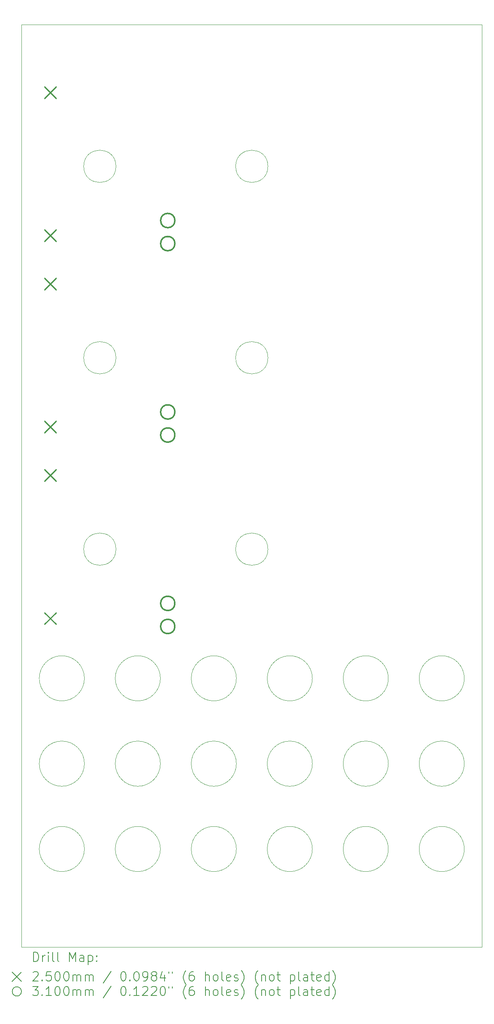
<source format=gbr>
%TF.GenerationSoftware,KiCad,Pcbnew,9.0.7*%
%TF.CreationDate,2026-02-21T19:30:31+01:00*%
%TF.ProjectId,DMH_VCLFO_PANEL,444d485f-5643-44c4-964f-5f50414e454c,rev?*%
%TF.SameCoordinates,Original*%
%TF.FileFunction,Drillmap*%
%TF.FilePolarity,Positive*%
%FSLAX45Y45*%
G04 Gerber Fmt 4.5, Leading zero omitted, Abs format (unit mm)*
G04 Created by KiCad (PCBNEW 9.0.7) date 2026-02-21 19:30:31*
%MOMM*%
%LPD*%
G01*
G04 APERTURE LIST*
%ADD10C,0.050000*%
%ADD11C,0.200000*%
%ADD12C,0.250000*%
%ADD13C,0.310000*%
G04 APERTURE END LIST*
D10*
X5000000Y-3000000D02*
X15000000Y-3000000D01*
X15000000Y-23000000D01*
X5000000Y-23000000D01*
X5000000Y-3000000D01*
X6365000Y-20875000D02*
G75*
G02*
X5385000Y-20875000I-490000J0D01*
G01*
X5385000Y-20875000D02*
G75*
G02*
X6365000Y-20875000I490000J0D01*
G01*
X14615000Y-17175000D02*
G75*
G02*
X13635000Y-17175000I-490000J0D01*
G01*
X13635000Y-17175000D02*
G75*
G02*
X14615000Y-17175000I490000J0D01*
G01*
X8015000Y-17175000D02*
G75*
G02*
X7035000Y-17175000I-490000J0D01*
G01*
X7035000Y-17175000D02*
G75*
G02*
X8015000Y-17175000I490000J0D01*
G01*
X12965000Y-20875000D02*
G75*
G02*
X11985000Y-20875000I-490000J0D01*
G01*
X11985000Y-20875000D02*
G75*
G02*
X12965000Y-20875000I490000J0D01*
G01*
X14615000Y-20875000D02*
G75*
G02*
X13635000Y-20875000I-490000J0D01*
G01*
X13635000Y-20875000D02*
G75*
G02*
X14615000Y-20875000I490000J0D01*
G01*
X7050000Y-6075000D02*
G75*
G02*
X6350000Y-6075000I-350000J0D01*
G01*
X6350000Y-6075000D02*
G75*
G02*
X7050000Y-6075000I350000J0D01*
G01*
X12965000Y-17175000D02*
G75*
G02*
X11985000Y-17175000I-490000J0D01*
G01*
X11985000Y-17175000D02*
G75*
G02*
X12965000Y-17175000I490000J0D01*
G01*
X10350000Y-10225000D02*
G75*
G02*
X9650000Y-10225000I-350000J0D01*
G01*
X9650000Y-10225000D02*
G75*
G02*
X10350000Y-10225000I350000J0D01*
G01*
X11315000Y-19025000D02*
G75*
G02*
X10335000Y-19025000I-490000J0D01*
G01*
X10335000Y-19025000D02*
G75*
G02*
X11315000Y-19025000I490000J0D01*
G01*
X11315000Y-17175000D02*
G75*
G02*
X10335000Y-17175000I-490000J0D01*
G01*
X10335000Y-17175000D02*
G75*
G02*
X11315000Y-17175000I490000J0D01*
G01*
X10350000Y-14375000D02*
G75*
G02*
X9650000Y-14375000I-350000J0D01*
G01*
X9650000Y-14375000D02*
G75*
G02*
X10350000Y-14375000I350000J0D01*
G01*
X7050000Y-14375000D02*
G75*
G02*
X6350000Y-14375000I-350000J0D01*
G01*
X6350000Y-14375000D02*
G75*
G02*
X7050000Y-14375000I350000J0D01*
G01*
X6365000Y-19025000D02*
G75*
G02*
X5385000Y-19025000I-490000J0D01*
G01*
X5385000Y-19025000D02*
G75*
G02*
X6365000Y-19025000I490000J0D01*
G01*
X14615000Y-19025000D02*
G75*
G02*
X13635000Y-19025000I-490000J0D01*
G01*
X13635000Y-19025000D02*
G75*
G02*
X14615000Y-19025000I490000J0D01*
G01*
X9665000Y-19025000D02*
G75*
G02*
X8685000Y-19025000I-490000J0D01*
G01*
X8685000Y-19025000D02*
G75*
G02*
X9665000Y-19025000I490000J0D01*
G01*
X9665000Y-17175000D02*
G75*
G02*
X8685000Y-17175000I-490000J0D01*
G01*
X8685000Y-17175000D02*
G75*
G02*
X9665000Y-17175000I490000J0D01*
G01*
X8015000Y-20875000D02*
G75*
G02*
X7035000Y-20875000I-490000J0D01*
G01*
X7035000Y-20875000D02*
G75*
G02*
X8015000Y-20875000I490000J0D01*
G01*
X12965000Y-19025000D02*
G75*
G02*
X11985000Y-19025000I-490000J0D01*
G01*
X11985000Y-19025000D02*
G75*
G02*
X12965000Y-19025000I490000J0D01*
G01*
X6365000Y-17175000D02*
G75*
G02*
X5385000Y-17175000I-490000J0D01*
G01*
X5385000Y-17175000D02*
G75*
G02*
X6365000Y-17175000I490000J0D01*
G01*
X11315000Y-20875000D02*
G75*
G02*
X10335000Y-20875000I-490000J0D01*
G01*
X10335000Y-20875000D02*
G75*
G02*
X11315000Y-20875000I490000J0D01*
G01*
X8015000Y-19025000D02*
G75*
G02*
X7035000Y-19025000I-490000J0D01*
G01*
X7035000Y-19025000D02*
G75*
G02*
X8015000Y-19025000I490000J0D01*
G01*
X10350000Y-6075000D02*
G75*
G02*
X9650000Y-6075000I-350000J0D01*
G01*
X9650000Y-6075000D02*
G75*
G02*
X10350000Y-6075000I350000J0D01*
G01*
X9665000Y-20875000D02*
G75*
G02*
X8685000Y-20875000I-490000J0D01*
G01*
X8685000Y-20875000D02*
G75*
G02*
X9665000Y-20875000I490000J0D01*
G01*
X7050000Y-10225000D02*
G75*
G02*
X6350000Y-10225000I-350000J0D01*
G01*
X6350000Y-10225000D02*
G75*
G02*
X7050000Y-10225000I350000J0D01*
G01*
D11*
D12*
X5500000Y-4350000D02*
X5750000Y-4600000D01*
X5750000Y-4350000D02*
X5500000Y-4600000D01*
X5500000Y-7450000D02*
X5750000Y-7700000D01*
X5750000Y-7450000D02*
X5500000Y-7700000D01*
X5500000Y-8500000D02*
X5750000Y-8750000D01*
X5750000Y-8500000D02*
X5500000Y-8750000D01*
X5500000Y-11600000D02*
X5750000Y-11850000D01*
X5750000Y-11600000D02*
X5500000Y-11850000D01*
X5500000Y-12650000D02*
X5750000Y-12900000D01*
X5750000Y-12650000D02*
X5500000Y-12900000D01*
X5500000Y-15750000D02*
X5750000Y-16000000D01*
X5750000Y-15750000D02*
X5500000Y-16000000D01*
D13*
X8330000Y-7250000D02*
G75*
G02*
X8020000Y-7250000I-155000J0D01*
G01*
X8020000Y-7250000D02*
G75*
G02*
X8330000Y-7250000I155000J0D01*
G01*
X8330000Y-7750000D02*
G75*
G02*
X8020000Y-7750000I-155000J0D01*
G01*
X8020000Y-7750000D02*
G75*
G02*
X8330000Y-7750000I155000J0D01*
G01*
X8330000Y-11400000D02*
G75*
G02*
X8020000Y-11400000I-155000J0D01*
G01*
X8020000Y-11400000D02*
G75*
G02*
X8330000Y-11400000I155000J0D01*
G01*
X8330000Y-11900000D02*
G75*
G02*
X8020000Y-11900000I-155000J0D01*
G01*
X8020000Y-11900000D02*
G75*
G02*
X8330000Y-11900000I155000J0D01*
G01*
X8330000Y-15550000D02*
G75*
G02*
X8020000Y-15550000I-155000J0D01*
G01*
X8020000Y-15550000D02*
G75*
G02*
X8330000Y-15550000I155000J0D01*
G01*
X8330000Y-16050000D02*
G75*
G02*
X8020000Y-16050000I-155000J0D01*
G01*
X8020000Y-16050000D02*
G75*
G02*
X8330000Y-16050000I155000J0D01*
G01*
D11*
X5258277Y-23313984D02*
X5258277Y-23113984D01*
X5258277Y-23113984D02*
X5305896Y-23113984D01*
X5305896Y-23113984D02*
X5334467Y-23123508D01*
X5334467Y-23123508D02*
X5353515Y-23142555D01*
X5353515Y-23142555D02*
X5363039Y-23161603D01*
X5363039Y-23161603D02*
X5372563Y-23199698D01*
X5372563Y-23199698D02*
X5372563Y-23228269D01*
X5372563Y-23228269D02*
X5363039Y-23266365D01*
X5363039Y-23266365D02*
X5353515Y-23285412D01*
X5353515Y-23285412D02*
X5334467Y-23304460D01*
X5334467Y-23304460D02*
X5305896Y-23313984D01*
X5305896Y-23313984D02*
X5258277Y-23313984D01*
X5458277Y-23313984D02*
X5458277Y-23180650D01*
X5458277Y-23218746D02*
X5467801Y-23199698D01*
X5467801Y-23199698D02*
X5477324Y-23190174D01*
X5477324Y-23190174D02*
X5496372Y-23180650D01*
X5496372Y-23180650D02*
X5515420Y-23180650D01*
X5582086Y-23313984D02*
X5582086Y-23180650D01*
X5582086Y-23113984D02*
X5572563Y-23123508D01*
X5572563Y-23123508D02*
X5582086Y-23133031D01*
X5582086Y-23133031D02*
X5591610Y-23123508D01*
X5591610Y-23123508D02*
X5582086Y-23113984D01*
X5582086Y-23113984D02*
X5582086Y-23133031D01*
X5705896Y-23313984D02*
X5686848Y-23304460D01*
X5686848Y-23304460D02*
X5677324Y-23285412D01*
X5677324Y-23285412D02*
X5677324Y-23113984D01*
X5810658Y-23313984D02*
X5791610Y-23304460D01*
X5791610Y-23304460D02*
X5782086Y-23285412D01*
X5782086Y-23285412D02*
X5782086Y-23113984D01*
X6039229Y-23313984D02*
X6039229Y-23113984D01*
X6039229Y-23113984D02*
X6105896Y-23256841D01*
X6105896Y-23256841D02*
X6172562Y-23113984D01*
X6172562Y-23113984D02*
X6172562Y-23313984D01*
X6353515Y-23313984D02*
X6353515Y-23209222D01*
X6353515Y-23209222D02*
X6343991Y-23190174D01*
X6343991Y-23190174D02*
X6324943Y-23180650D01*
X6324943Y-23180650D02*
X6286848Y-23180650D01*
X6286848Y-23180650D02*
X6267801Y-23190174D01*
X6353515Y-23304460D02*
X6334467Y-23313984D01*
X6334467Y-23313984D02*
X6286848Y-23313984D01*
X6286848Y-23313984D02*
X6267801Y-23304460D01*
X6267801Y-23304460D02*
X6258277Y-23285412D01*
X6258277Y-23285412D02*
X6258277Y-23266365D01*
X6258277Y-23266365D02*
X6267801Y-23247317D01*
X6267801Y-23247317D02*
X6286848Y-23237793D01*
X6286848Y-23237793D02*
X6334467Y-23237793D01*
X6334467Y-23237793D02*
X6353515Y-23228269D01*
X6448753Y-23180650D02*
X6448753Y-23380650D01*
X6448753Y-23190174D02*
X6467801Y-23180650D01*
X6467801Y-23180650D02*
X6505896Y-23180650D01*
X6505896Y-23180650D02*
X6524943Y-23190174D01*
X6524943Y-23190174D02*
X6534467Y-23199698D01*
X6534467Y-23199698D02*
X6543991Y-23218746D01*
X6543991Y-23218746D02*
X6543991Y-23275888D01*
X6543991Y-23275888D02*
X6534467Y-23294936D01*
X6534467Y-23294936D02*
X6524943Y-23304460D01*
X6524943Y-23304460D02*
X6505896Y-23313984D01*
X6505896Y-23313984D02*
X6467801Y-23313984D01*
X6467801Y-23313984D02*
X6448753Y-23304460D01*
X6629705Y-23294936D02*
X6639229Y-23304460D01*
X6639229Y-23304460D02*
X6629705Y-23313984D01*
X6629705Y-23313984D02*
X6620182Y-23304460D01*
X6620182Y-23304460D02*
X6629705Y-23294936D01*
X6629705Y-23294936D02*
X6629705Y-23313984D01*
X6629705Y-23190174D02*
X6639229Y-23199698D01*
X6639229Y-23199698D02*
X6629705Y-23209222D01*
X6629705Y-23209222D02*
X6620182Y-23199698D01*
X6620182Y-23199698D02*
X6629705Y-23190174D01*
X6629705Y-23190174D02*
X6629705Y-23209222D01*
X4797500Y-23542500D02*
X4997500Y-23742500D01*
X4997500Y-23542500D02*
X4797500Y-23742500D01*
X5248753Y-23553031D02*
X5258277Y-23543508D01*
X5258277Y-23543508D02*
X5277324Y-23533984D01*
X5277324Y-23533984D02*
X5324944Y-23533984D01*
X5324944Y-23533984D02*
X5343991Y-23543508D01*
X5343991Y-23543508D02*
X5353515Y-23553031D01*
X5353515Y-23553031D02*
X5363039Y-23572079D01*
X5363039Y-23572079D02*
X5363039Y-23591127D01*
X5363039Y-23591127D02*
X5353515Y-23619698D01*
X5353515Y-23619698D02*
X5239229Y-23733984D01*
X5239229Y-23733984D02*
X5363039Y-23733984D01*
X5448753Y-23714936D02*
X5458277Y-23724460D01*
X5458277Y-23724460D02*
X5448753Y-23733984D01*
X5448753Y-23733984D02*
X5439229Y-23724460D01*
X5439229Y-23724460D02*
X5448753Y-23714936D01*
X5448753Y-23714936D02*
X5448753Y-23733984D01*
X5639229Y-23533984D02*
X5543991Y-23533984D01*
X5543991Y-23533984D02*
X5534467Y-23629222D01*
X5534467Y-23629222D02*
X5543991Y-23619698D01*
X5543991Y-23619698D02*
X5563039Y-23610174D01*
X5563039Y-23610174D02*
X5610658Y-23610174D01*
X5610658Y-23610174D02*
X5629705Y-23619698D01*
X5629705Y-23619698D02*
X5639229Y-23629222D01*
X5639229Y-23629222D02*
X5648753Y-23648269D01*
X5648753Y-23648269D02*
X5648753Y-23695888D01*
X5648753Y-23695888D02*
X5639229Y-23714936D01*
X5639229Y-23714936D02*
X5629705Y-23724460D01*
X5629705Y-23724460D02*
X5610658Y-23733984D01*
X5610658Y-23733984D02*
X5563039Y-23733984D01*
X5563039Y-23733984D02*
X5543991Y-23724460D01*
X5543991Y-23724460D02*
X5534467Y-23714936D01*
X5772562Y-23533984D02*
X5791610Y-23533984D01*
X5791610Y-23533984D02*
X5810658Y-23543508D01*
X5810658Y-23543508D02*
X5820182Y-23553031D01*
X5820182Y-23553031D02*
X5829705Y-23572079D01*
X5829705Y-23572079D02*
X5839229Y-23610174D01*
X5839229Y-23610174D02*
X5839229Y-23657793D01*
X5839229Y-23657793D02*
X5829705Y-23695888D01*
X5829705Y-23695888D02*
X5820182Y-23714936D01*
X5820182Y-23714936D02*
X5810658Y-23724460D01*
X5810658Y-23724460D02*
X5791610Y-23733984D01*
X5791610Y-23733984D02*
X5772562Y-23733984D01*
X5772562Y-23733984D02*
X5753515Y-23724460D01*
X5753515Y-23724460D02*
X5743991Y-23714936D01*
X5743991Y-23714936D02*
X5734467Y-23695888D01*
X5734467Y-23695888D02*
X5724943Y-23657793D01*
X5724943Y-23657793D02*
X5724943Y-23610174D01*
X5724943Y-23610174D02*
X5734467Y-23572079D01*
X5734467Y-23572079D02*
X5743991Y-23553031D01*
X5743991Y-23553031D02*
X5753515Y-23543508D01*
X5753515Y-23543508D02*
X5772562Y-23533984D01*
X5963039Y-23533984D02*
X5982086Y-23533984D01*
X5982086Y-23533984D02*
X6001134Y-23543508D01*
X6001134Y-23543508D02*
X6010658Y-23553031D01*
X6010658Y-23553031D02*
X6020182Y-23572079D01*
X6020182Y-23572079D02*
X6029705Y-23610174D01*
X6029705Y-23610174D02*
X6029705Y-23657793D01*
X6029705Y-23657793D02*
X6020182Y-23695888D01*
X6020182Y-23695888D02*
X6010658Y-23714936D01*
X6010658Y-23714936D02*
X6001134Y-23724460D01*
X6001134Y-23724460D02*
X5982086Y-23733984D01*
X5982086Y-23733984D02*
X5963039Y-23733984D01*
X5963039Y-23733984D02*
X5943991Y-23724460D01*
X5943991Y-23724460D02*
X5934467Y-23714936D01*
X5934467Y-23714936D02*
X5924943Y-23695888D01*
X5924943Y-23695888D02*
X5915420Y-23657793D01*
X5915420Y-23657793D02*
X5915420Y-23610174D01*
X5915420Y-23610174D02*
X5924943Y-23572079D01*
X5924943Y-23572079D02*
X5934467Y-23553031D01*
X5934467Y-23553031D02*
X5943991Y-23543508D01*
X5943991Y-23543508D02*
X5963039Y-23533984D01*
X6115420Y-23733984D02*
X6115420Y-23600650D01*
X6115420Y-23619698D02*
X6124943Y-23610174D01*
X6124943Y-23610174D02*
X6143991Y-23600650D01*
X6143991Y-23600650D02*
X6172563Y-23600650D01*
X6172563Y-23600650D02*
X6191610Y-23610174D01*
X6191610Y-23610174D02*
X6201134Y-23629222D01*
X6201134Y-23629222D02*
X6201134Y-23733984D01*
X6201134Y-23629222D02*
X6210658Y-23610174D01*
X6210658Y-23610174D02*
X6229705Y-23600650D01*
X6229705Y-23600650D02*
X6258277Y-23600650D01*
X6258277Y-23600650D02*
X6277324Y-23610174D01*
X6277324Y-23610174D02*
X6286848Y-23629222D01*
X6286848Y-23629222D02*
X6286848Y-23733984D01*
X6382086Y-23733984D02*
X6382086Y-23600650D01*
X6382086Y-23619698D02*
X6391610Y-23610174D01*
X6391610Y-23610174D02*
X6410658Y-23600650D01*
X6410658Y-23600650D02*
X6439229Y-23600650D01*
X6439229Y-23600650D02*
X6458277Y-23610174D01*
X6458277Y-23610174D02*
X6467801Y-23629222D01*
X6467801Y-23629222D02*
X6467801Y-23733984D01*
X6467801Y-23629222D02*
X6477324Y-23610174D01*
X6477324Y-23610174D02*
X6496372Y-23600650D01*
X6496372Y-23600650D02*
X6524943Y-23600650D01*
X6524943Y-23600650D02*
X6543991Y-23610174D01*
X6543991Y-23610174D02*
X6553515Y-23629222D01*
X6553515Y-23629222D02*
X6553515Y-23733984D01*
X6943991Y-23524460D02*
X6772563Y-23781603D01*
X7201134Y-23533984D02*
X7220182Y-23533984D01*
X7220182Y-23533984D02*
X7239229Y-23543508D01*
X7239229Y-23543508D02*
X7248753Y-23553031D01*
X7248753Y-23553031D02*
X7258277Y-23572079D01*
X7258277Y-23572079D02*
X7267801Y-23610174D01*
X7267801Y-23610174D02*
X7267801Y-23657793D01*
X7267801Y-23657793D02*
X7258277Y-23695888D01*
X7258277Y-23695888D02*
X7248753Y-23714936D01*
X7248753Y-23714936D02*
X7239229Y-23724460D01*
X7239229Y-23724460D02*
X7220182Y-23733984D01*
X7220182Y-23733984D02*
X7201134Y-23733984D01*
X7201134Y-23733984D02*
X7182086Y-23724460D01*
X7182086Y-23724460D02*
X7172563Y-23714936D01*
X7172563Y-23714936D02*
X7163039Y-23695888D01*
X7163039Y-23695888D02*
X7153515Y-23657793D01*
X7153515Y-23657793D02*
X7153515Y-23610174D01*
X7153515Y-23610174D02*
X7163039Y-23572079D01*
X7163039Y-23572079D02*
X7172563Y-23553031D01*
X7172563Y-23553031D02*
X7182086Y-23543508D01*
X7182086Y-23543508D02*
X7201134Y-23533984D01*
X7353515Y-23714936D02*
X7363039Y-23724460D01*
X7363039Y-23724460D02*
X7353515Y-23733984D01*
X7353515Y-23733984D02*
X7343991Y-23724460D01*
X7343991Y-23724460D02*
X7353515Y-23714936D01*
X7353515Y-23714936D02*
X7353515Y-23733984D01*
X7486848Y-23533984D02*
X7505896Y-23533984D01*
X7505896Y-23533984D02*
X7524944Y-23543508D01*
X7524944Y-23543508D02*
X7534467Y-23553031D01*
X7534467Y-23553031D02*
X7543991Y-23572079D01*
X7543991Y-23572079D02*
X7553515Y-23610174D01*
X7553515Y-23610174D02*
X7553515Y-23657793D01*
X7553515Y-23657793D02*
X7543991Y-23695888D01*
X7543991Y-23695888D02*
X7534467Y-23714936D01*
X7534467Y-23714936D02*
X7524944Y-23724460D01*
X7524944Y-23724460D02*
X7505896Y-23733984D01*
X7505896Y-23733984D02*
X7486848Y-23733984D01*
X7486848Y-23733984D02*
X7467801Y-23724460D01*
X7467801Y-23724460D02*
X7458277Y-23714936D01*
X7458277Y-23714936D02*
X7448753Y-23695888D01*
X7448753Y-23695888D02*
X7439229Y-23657793D01*
X7439229Y-23657793D02*
X7439229Y-23610174D01*
X7439229Y-23610174D02*
X7448753Y-23572079D01*
X7448753Y-23572079D02*
X7458277Y-23553031D01*
X7458277Y-23553031D02*
X7467801Y-23543508D01*
X7467801Y-23543508D02*
X7486848Y-23533984D01*
X7648753Y-23733984D02*
X7686848Y-23733984D01*
X7686848Y-23733984D02*
X7705896Y-23724460D01*
X7705896Y-23724460D02*
X7715420Y-23714936D01*
X7715420Y-23714936D02*
X7734467Y-23686365D01*
X7734467Y-23686365D02*
X7743991Y-23648269D01*
X7743991Y-23648269D02*
X7743991Y-23572079D01*
X7743991Y-23572079D02*
X7734467Y-23553031D01*
X7734467Y-23553031D02*
X7724944Y-23543508D01*
X7724944Y-23543508D02*
X7705896Y-23533984D01*
X7705896Y-23533984D02*
X7667801Y-23533984D01*
X7667801Y-23533984D02*
X7648753Y-23543508D01*
X7648753Y-23543508D02*
X7639229Y-23553031D01*
X7639229Y-23553031D02*
X7629706Y-23572079D01*
X7629706Y-23572079D02*
X7629706Y-23619698D01*
X7629706Y-23619698D02*
X7639229Y-23638746D01*
X7639229Y-23638746D02*
X7648753Y-23648269D01*
X7648753Y-23648269D02*
X7667801Y-23657793D01*
X7667801Y-23657793D02*
X7705896Y-23657793D01*
X7705896Y-23657793D02*
X7724944Y-23648269D01*
X7724944Y-23648269D02*
X7734467Y-23638746D01*
X7734467Y-23638746D02*
X7743991Y-23619698D01*
X7858277Y-23619698D02*
X7839229Y-23610174D01*
X7839229Y-23610174D02*
X7829706Y-23600650D01*
X7829706Y-23600650D02*
X7820182Y-23581603D01*
X7820182Y-23581603D02*
X7820182Y-23572079D01*
X7820182Y-23572079D02*
X7829706Y-23553031D01*
X7829706Y-23553031D02*
X7839229Y-23543508D01*
X7839229Y-23543508D02*
X7858277Y-23533984D01*
X7858277Y-23533984D02*
X7896372Y-23533984D01*
X7896372Y-23533984D02*
X7915420Y-23543508D01*
X7915420Y-23543508D02*
X7924944Y-23553031D01*
X7924944Y-23553031D02*
X7934467Y-23572079D01*
X7934467Y-23572079D02*
X7934467Y-23581603D01*
X7934467Y-23581603D02*
X7924944Y-23600650D01*
X7924944Y-23600650D02*
X7915420Y-23610174D01*
X7915420Y-23610174D02*
X7896372Y-23619698D01*
X7896372Y-23619698D02*
X7858277Y-23619698D01*
X7858277Y-23619698D02*
X7839229Y-23629222D01*
X7839229Y-23629222D02*
X7829706Y-23638746D01*
X7829706Y-23638746D02*
X7820182Y-23657793D01*
X7820182Y-23657793D02*
X7820182Y-23695888D01*
X7820182Y-23695888D02*
X7829706Y-23714936D01*
X7829706Y-23714936D02*
X7839229Y-23724460D01*
X7839229Y-23724460D02*
X7858277Y-23733984D01*
X7858277Y-23733984D02*
X7896372Y-23733984D01*
X7896372Y-23733984D02*
X7915420Y-23724460D01*
X7915420Y-23724460D02*
X7924944Y-23714936D01*
X7924944Y-23714936D02*
X7934467Y-23695888D01*
X7934467Y-23695888D02*
X7934467Y-23657793D01*
X7934467Y-23657793D02*
X7924944Y-23638746D01*
X7924944Y-23638746D02*
X7915420Y-23629222D01*
X7915420Y-23629222D02*
X7896372Y-23619698D01*
X8105896Y-23600650D02*
X8105896Y-23733984D01*
X8058277Y-23524460D02*
X8010658Y-23667317D01*
X8010658Y-23667317D02*
X8134467Y-23667317D01*
X8201134Y-23533984D02*
X8201134Y-23572079D01*
X8277325Y-23533984D02*
X8277325Y-23572079D01*
X8572563Y-23810174D02*
X8563039Y-23800650D01*
X8563039Y-23800650D02*
X8543991Y-23772079D01*
X8543991Y-23772079D02*
X8534468Y-23753031D01*
X8534468Y-23753031D02*
X8524944Y-23724460D01*
X8524944Y-23724460D02*
X8515420Y-23676841D01*
X8515420Y-23676841D02*
X8515420Y-23638746D01*
X8515420Y-23638746D02*
X8524944Y-23591127D01*
X8524944Y-23591127D02*
X8534468Y-23562555D01*
X8534468Y-23562555D02*
X8543991Y-23543508D01*
X8543991Y-23543508D02*
X8563039Y-23514936D01*
X8563039Y-23514936D02*
X8572563Y-23505412D01*
X8734468Y-23533984D02*
X8696372Y-23533984D01*
X8696372Y-23533984D02*
X8677325Y-23543508D01*
X8677325Y-23543508D02*
X8667801Y-23553031D01*
X8667801Y-23553031D02*
X8648753Y-23581603D01*
X8648753Y-23581603D02*
X8639230Y-23619698D01*
X8639230Y-23619698D02*
X8639230Y-23695888D01*
X8639230Y-23695888D02*
X8648753Y-23714936D01*
X8648753Y-23714936D02*
X8658277Y-23724460D01*
X8658277Y-23724460D02*
X8677325Y-23733984D01*
X8677325Y-23733984D02*
X8715420Y-23733984D01*
X8715420Y-23733984D02*
X8734468Y-23724460D01*
X8734468Y-23724460D02*
X8743991Y-23714936D01*
X8743991Y-23714936D02*
X8753515Y-23695888D01*
X8753515Y-23695888D02*
X8753515Y-23648269D01*
X8753515Y-23648269D02*
X8743991Y-23629222D01*
X8743991Y-23629222D02*
X8734468Y-23619698D01*
X8734468Y-23619698D02*
X8715420Y-23610174D01*
X8715420Y-23610174D02*
X8677325Y-23610174D01*
X8677325Y-23610174D02*
X8658277Y-23619698D01*
X8658277Y-23619698D02*
X8648753Y-23629222D01*
X8648753Y-23629222D02*
X8639230Y-23648269D01*
X8991611Y-23733984D02*
X8991611Y-23533984D01*
X9077325Y-23733984D02*
X9077325Y-23629222D01*
X9077325Y-23629222D02*
X9067801Y-23610174D01*
X9067801Y-23610174D02*
X9048753Y-23600650D01*
X9048753Y-23600650D02*
X9020182Y-23600650D01*
X9020182Y-23600650D02*
X9001134Y-23610174D01*
X9001134Y-23610174D02*
X8991611Y-23619698D01*
X9201134Y-23733984D02*
X9182087Y-23724460D01*
X9182087Y-23724460D02*
X9172563Y-23714936D01*
X9172563Y-23714936D02*
X9163039Y-23695888D01*
X9163039Y-23695888D02*
X9163039Y-23638746D01*
X9163039Y-23638746D02*
X9172563Y-23619698D01*
X9172563Y-23619698D02*
X9182087Y-23610174D01*
X9182087Y-23610174D02*
X9201134Y-23600650D01*
X9201134Y-23600650D02*
X9229706Y-23600650D01*
X9229706Y-23600650D02*
X9248753Y-23610174D01*
X9248753Y-23610174D02*
X9258277Y-23619698D01*
X9258277Y-23619698D02*
X9267801Y-23638746D01*
X9267801Y-23638746D02*
X9267801Y-23695888D01*
X9267801Y-23695888D02*
X9258277Y-23714936D01*
X9258277Y-23714936D02*
X9248753Y-23724460D01*
X9248753Y-23724460D02*
X9229706Y-23733984D01*
X9229706Y-23733984D02*
X9201134Y-23733984D01*
X9382087Y-23733984D02*
X9363039Y-23724460D01*
X9363039Y-23724460D02*
X9353515Y-23705412D01*
X9353515Y-23705412D02*
X9353515Y-23533984D01*
X9534468Y-23724460D02*
X9515420Y-23733984D01*
X9515420Y-23733984D02*
X9477325Y-23733984D01*
X9477325Y-23733984D02*
X9458277Y-23724460D01*
X9458277Y-23724460D02*
X9448753Y-23705412D01*
X9448753Y-23705412D02*
X9448753Y-23629222D01*
X9448753Y-23629222D02*
X9458277Y-23610174D01*
X9458277Y-23610174D02*
X9477325Y-23600650D01*
X9477325Y-23600650D02*
X9515420Y-23600650D01*
X9515420Y-23600650D02*
X9534468Y-23610174D01*
X9534468Y-23610174D02*
X9543992Y-23629222D01*
X9543992Y-23629222D02*
X9543992Y-23648269D01*
X9543992Y-23648269D02*
X9448753Y-23667317D01*
X9620182Y-23724460D02*
X9639230Y-23733984D01*
X9639230Y-23733984D02*
X9677325Y-23733984D01*
X9677325Y-23733984D02*
X9696373Y-23724460D01*
X9696373Y-23724460D02*
X9705896Y-23705412D01*
X9705896Y-23705412D02*
X9705896Y-23695888D01*
X9705896Y-23695888D02*
X9696373Y-23676841D01*
X9696373Y-23676841D02*
X9677325Y-23667317D01*
X9677325Y-23667317D02*
X9648753Y-23667317D01*
X9648753Y-23667317D02*
X9629706Y-23657793D01*
X9629706Y-23657793D02*
X9620182Y-23638746D01*
X9620182Y-23638746D02*
X9620182Y-23629222D01*
X9620182Y-23629222D02*
X9629706Y-23610174D01*
X9629706Y-23610174D02*
X9648753Y-23600650D01*
X9648753Y-23600650D02*
X9677325Y-23600650D01*
X9677325Y-23600650D02*
X9696373Y-23610174D01*
X9772563Y-23810174D02*
X9782087Y-23800650D01*
X9782087Y-23800650D02*
X9801134Y-23772079D01*
X9801134Y-23772079D02*
X9810658Y-23753031D01*
X9810658Y-23753031D02*
X9820182Y-23724460D01*
X9820182Y-23724460D02*
X9829706Y-23676841D01*
X9829706Y-23676841D02*
X9829706Y-23638746D01*
X9829706Y-23638746D02*
X9820182Y-23591127D01*
X9820182Y-23591127D02*
X9810658Y-23562555D01*
X9810658Y-23562555D02*
X9801134Y-23543508D01*
X9801134Y-23543508D02*
X9782087Y-23514936D01*
X9782087Y-23514936D02*
X9772563Y-23505412D01*
X10134468Y-23810174D02*
X10124944Y-23800650D01*
X10124944Y-23800650D02*
X10105896Y-23772079D01*
X10105896Y-23772079D02*
X10096373Y-23753031D01*
X10096373Y-23753031D02*
X10086849Y-23724460D01*
X10086849Y-23724460D02*
X10077325Y-23676841D01*
X10077325Y-23676841D02*
X10077325Y-23638746D01*
X10077325Y-23638746D02*
X10086849Y-23591127D01*
X10086849Y-23591127D02*
X10096373Y-23562555D01*
X10096373Y-23562555D02*
X10105896Y-23543508D01*
X10105896Y-23543508D02*
X10124944Y-23514936D01*
X10124944Y-23514936D02*
X10134468Y-23505412D01*
X10210658Y-23600650D02*
X10210658Y-23733984D01*
X10210658Y-23619698D02*
X10220182Y-23610174D01*
X10220182Y-23610174D02*
X10239230Y-23600650D01*
X10239230Y-23600650D02*
X10267801Y-23600650D01*
X10267801Y-23600650D02*
X10286849Y-23610174D01*
X10286849Y-23610174D02*
X10296373Y-23629222D01*
X10296373Y-23629222D02*
X10296373Y-23733984D01*
X10420182Y-23733984D02*
X10401134Y-23724460D01*
X10401134Y-23724460D02*
X10391611Y-23714936D01*
X10391611Y-23714936D02*
X10382087Y-23695888D01*
X10382087Y-23695888D02*
X10382087Y-23638746D01*
X10382087Y-23638746D02*
X10391611Y-23619698D01*
X10391611Y-23619698D02*
X10401134Y-23610174D01*
X10401134Y-23610174D02*
X10420182Y-23600650D01*
X10420182Y-23600650D02*
X10448754Y-23600650D01*
X10448754Y-23600650D02*
X10467801Y-23610174D01*
X10467801Y-23610174D02*
X10477325Y-23619698D01*
X10477325Y-23619698D02*
X10486849Y-23638746D01*
X10486849Y-23638746D02*
X10486849Y-23695888D01*
X10486849Y-23695888D02*
X10477325Y-23714936D01*
X10477325Y-23714936D02*
X10467801Y-23724460D01*
X10467801Y-23724460D02*
X10448754Y-23733984D01*
X10448754Y-23733984D02*
X10420182Y-23733984D01*
X10543992Y-23600650D02*
X10620182Y-23600650D01*
X10572563Y-23533984D02*
X10572563Y-23705412D01*
X10572563Y-23705412D02*
X10582087Y-23724460D01*
X10582087Y-23724460D02*
X10601134Y-23733984D01*
X10601134Y-23733984D02*
X10620182Y-23733984D01*
X10839230Y-23600650D02*
X10839230Y-23800650D01*
X10839230Y-23610174D02*
X10858277Y-23600650D01*
X10858277Y-23600650D02*
X10896373Y-23600650D01*
X10896373Y-23600650D02*
X10915420Y-23610174D01*
X10915420Y-23610174D02*
X10924944Y-23619698D01*
X10924944Y-23619698D02*
X10934468Y-23638746D01*
X10934468Y-23638746D02*
X10934468Y-23695888D01*
X10934468Y-23695888D02*
X10924944Y-23714936D01*
X10924944Y-23714936D02*
X10915420Y-23724460D01*
X10915420Y-23724460D02*
X10896373Y-23733984D01*
X10896373Y-23733984D02*
X10858277Y-23733984D01*
X10858277Y-23733984D02*
X10839230Y-23724460D01*
X11048754Y-23733984D02*
X11029706Y-23724460D01*
X11029706Y-23724460D02*
X11020182Y-23705412D01*
X11020182Y-23705412D02*
X11020182Y-23533984D01*
X11210658Y-23733984D02*
X11210658Y-23629222D01*
X11210658Y-23629222D02*
X11201134Y-23610174D01*
X11201134Y-23610174D02*
X11182087Y-23600650D01*
X11182087Y-23600650D02*
X11143992Y-23600650D01*
X11143992Y-23600650D02*
X11124944Y-23610174D01*
X11210658Y-23724460D02*
X11191611Y-23733984D01*
X11191611Y-23733984D02*
X11143992Y-23733984D01*
X11143992Y-23733984D02*
X11124944Y-23724460D01*
X11124944Y-23724460D02*
X11115420Y-23705412D01*
X11115420Y-23705412D02*
X11115420Y-23686365D01*
X11115420Y-23686365D02*
X11124944Y-23667317D01*
X11124944Y-23667317D02*
X11143992Y-23657793D01*
X11143992Y-23657793D02*
X11191611Y-23657793D01*
X11191611Y-23657793D02*
X11210658Y-23648269D01*
X11277325Y-23600650D02*
X11353515Y-23600650D01*
X11305896Y-23533984D02*
X11305896Y-23705412D01*
X11305896Y-23705412D02*
X11315420Y-23724460D01*
X11315420Y-23724460D02*
X11334468Y-23733984D01*
X11334468Y-23733984D02*
X11353515Y-23733984D01*
X11496373Y-23724460D02*
X11477325Y-23733984D01*
X11477325Y-23733984D02*
X11439230Y-23733984D01*
X11439230Y-23733984D02*
X11420182Y-23724460D01*
X11420182Y-23724460D02*
X11410658Y-23705412D01*
X11410658Y-23705412D02*
X11410658Y-23629222D01*
X11410658Y-23629222D02*
X11420182Y-23610174D01*
X11420182Y-23610174D02*
X11439230Y-23600650D01*
X11439230Y-23600650D02*
X11477325Y-23600650D01*
X11477325Y-23600650D02*
X11496373Y-23610174D01*
X11496373Y-23610174D02*
X11505896Y-23629222D01*
X11505896Y-23629222D02*
X11505896Y-23648269D01*
X11505896Y-23648269D02*
X11410658Y-23667317D01*
X11677325Y-23733984D02*
X11677325Y-23533984D01*
X11677325Y-23724460D02*
X11658277Y-23733984D01*
X11658277Y-23733984D02*
X11620182Y-23733984D01*
X11620182Y-23733984D02*
X11601134Y-23724460D01*
X11601134Y-23724460D02*
X11591611Y-23714936D01*
X11591611Y-23714936D02*
X11582087Y-23695888D01*
X11582087Y-23695888D02*
X11582087Y-23638746D01*
X11582087Y-23638746D02*
X11591611Y-23619698D01*
X11591611Y-23619698D02*
X11601134Y-23610174D01*
X11601134Y-23610174D02*
X11620182Y-23600650D01*
X11620182Y-23600650D02*
X11658277Y-23600650D01*
X11658277Y-23600650D02*
X11677325Y-23610174D01*
X11753515Y-23810174D02*
X11763039Y-23800650D01*
X11763039Y-23800650D02*
X11782087Y-23772079D01*
X11782087Y-23772079D02*
X11791611Y-23753031D01*
X11791611Y-23753031D02*
X11801134Y-23724460D01*
X11801134Y-23724460D02*
X11810658Y-23676841D01*
X11810658Y-23676841D02*
X11810658Y-23638746D01*
X11810658Y-23638746D02*
X11801134Y-23591127D01*
X11801134Y-23591127D02*
X11791611Y-23562555D01*
X11791611Y-23562555D02*
X11782087Y-23543508D01*
X11782087Y-23543508D02*
X11763039Y-23514936D01*
X11763039Y-23514936D02*
X11753515Y-23505412D01*
X4997500Y-23962500D02*
G75*
G02*
X4797500Y-23962500I-100000J0D01*
G01*
X4797500Y-23962500D02*
G75*
G02*
X4997500Y-23962500I100000J0D01*
G01*
X5239229Y-23853984D02*
X5363039Y-23853984D01*
X5363039Y-23853984D02*
X5296372Y-23930174D01*
X5296372Y-23930174D02*
X5324944Y-23930174D01*
X5324944Y-23930174D02*
X5343991Y-23939698D01*
X5343991Y-23939698D02*
X5353515Y-23949222D01*
X5353515Y-23949222D02*
X5363039Y-23968269D01*
X5363039Y-23968269D02*
X5363039Y-24015888D01*
X5363039Y-24015888D02*
X5353515Y-24034936D01*
X5353515Y-24034936D02*
X5343991Y-24044460D01*
X5343991Y-24044460D02*
X5324944Y-24053984D01*
X5324944Y-24053984D02*
X5267801Y-24053984D01*
X5267801Y-24053984D02*
X5248753Y-24044460D01*
X5248753Y-24044460D02*
X5239229Y-24034936D01*
X5448753Y-24034936D02*
X5458277Y-24044460D01*
X5458277Y-24044460D02*
X5448753Y-24053984D01*
X5448753Y-24053984D02*
X5439229Y-24044460D01*
X5439229Y-24044460D02*
X5448753Y-24034936D01*
X5448753Y-24034936D02*
X5448753Y-24053984D01*
X5648753Y-24053984D02*
X5534467Y-24053984D01*
X5591610Y-24053984D02*
X5591610Y-23853984D01*
X5591610Y-23853984D02*
X5572563Y-23882555D01*
X5572563Y-23882555D02*
X5553515Y-23901603D01*
X5553515Y-23901603D02*
X5534467Y-23911127D01*
X5772562Y-23853984D02*
X5791610Y-23853984D01*
X5791610Y-23853984D02*
X5810658Y-23863508D01*
X5810658Y-23863508D02*
X5820182Y-23873031D01*
X5820182Y-23873031D02*
X5829705Y-23892079D01*
X5829705Y-23892079D02*
X5839229Y-23930174D01*
X5839229Y-23930174D02*
X5839229Y-23977793D01*
X5839229Y-23977793D02*
X5829705Y-24015888D01*
X5829705Y-24015888D02*
X5820182Y-24034936D01*
X5820182Y-24034936D02*
X5810658Y-24044460D01*
X5810658Y-24044460D02*
X5791610Y-24053984D01*
X5791610Y-24053984D02*
X5772562Y-24053984D01*
X5772562Y-24053984D02*
X5753515Y-24044460D01*
X5753515Y-24044460D02*
X5743991Y-24034936D01*
X5743991Y-24034936D02*
X5734467Y-24015888D01*
X5734467Y-24015888D02*
X5724943Y-23977793D01*
X5724943Y-23977793D02*
X5724943Y-23930174D01*
X5724943Y-23930174D02*
X5734467Y-23892079D01*
X5734467Y-23892079D02*
X5743991Y-23873031D01*
X5743991Y-23873031D02*
X5753515Y-23863508D01*
X5753515Y-23863508D02*
X5772562Y-23853984D01*
X5963039Y-23853984D02*
X5982086Y-23853984D01*
X5982086Y-23853984D02*
X6001134Y-23863508D01*
X6001134Y-23863508D02*
X6010658Y-23873031D01*
X6010658Y-23873031D02*
X6020182Y-23892079D01*
X6020182Y-23892079D02*
X6029705Y-23930174D01*
X6029705Y-23930174D02*
X6029705Y-23977793D01*
X6029705Y-23977793D02*
X6020182Y-24015888D01*
X6020182Y-24015888D02*
X6010658Y-24034936D01*
X6010658Y-24034936D02*
X6001134Y-24044460D01*
X6001134Y-24044460D02*
X5982086Y-24053984D01*
X5982086Y-24053984D02*
X5963039Y-24053984D01*
X5963039Y-24053984D02*
X5943991Y-24044460D01*
X5943991Y-24044460D02*
X5934467Y-24034936D01*
X5934467Y-24034936D02*
X5924943Y-24015888D01*
X5924943Y-24015888D02*
X5915420Y-23977793D01*
X5915420Y-23977793D02*
X5915420Y-23930174D01*
X5915420Y-23930174D02*
X5924943Y-23892079D01*
X5924943Y-23892079D02*
X5934467Y-23873031D01*
X5934467Y-23873031D02*
X5943991Y-23863508D01*
X5943991Y-23863508D02*
X5963039Y-23853984D01*
X6115420Y-24053984D02*
X6115420Y-23920650D01*
X6115420Y-23939698D02*
X6124943Y-23930174D01*
X6124943Y-23930174D02*
X6143991Y-23920650D01*
X6143991Y-23920650D02*
X6172563Y-23920650D01*
X6172563Y-23920650D02*
X6191610Y-23930174D01*
X6191610Y-23930174D02*
X6201134Y-23949222D01*
X6201134Y-23949222D02*
X6201134Y-24053984D01*
X6201134Y-23949222D02*
X6210658Y-23930174D01*
X6210658Y-23930174D02*
X6229705Y-23920650D01*
X6229705Y-23920650D02*
X6258277Y-23920650D01*
X6258277Y-23920650D02*
X6277324Y-23930174D01*
X6277324Y-23930174D02*
X6286848Y-23949222D01*
X6286848Y-23949222D02*
X6286848Y-24053984D01*
X6382086Y-24053984D02*
X6382086Y-23920650D01*
X6382086Y-23939698D02*
X6391610Y-23930174D01*
X6391610Y-23930174D02*
X6410658Y-23920650D01*
X6410658Y-23920650D02*
X6439229Y-23920650D01*
X6439229Y-23920650D02*
X6458277Y-23930174D01*
X6458277Y-23930174D02*
X6467801Y-23949222D01*
X6467801Y-23949222D02*
X6467801Y-24053984D01*
X6467801Y-23949222D02*
X6477324Y-23930174D01*
X6477324Y-23930174D02*
X6496372Y-23920650D01*
X6496372Y-23920650D02*
X6524943Y-23920650D01*
X6524943Y-23920650D02*
X6543991Y-23930174D01*
X6543991Y-23930174D02*
X6553515Y-23949222D01*
X6553515Y-23949222D02*
X6553515Y-24053984D01*
X6943991Y-23844460D02*
X6772563Y-24101603D01*
X7201134Y-23853984D02*
X7220182Y-23853984D01*
X7220182Y-23853984D02*
X7239229Y-23863508D01*
X7239229Y-23863508D02*
X7248753Y-23873031D01*
X7248753Y-23873031D02*
X7258277Y-23892079D01*
X7258277Y-23892079D02*
X7267801Y-23930174D01*
X7267801Y-23930174D02*
X7267801Y-23977793D01*
X7267801Y-23977793D02*
X7258277Y-24015888D01*
X7258277Y-24015888D02*
X7248753Y-24034936D01*
X7248753Y-24034936D02*
X7239229Y-24044460D01*
X7239229Y-24044460D02*
X7220182Y-24053984D01*
X7220182Y-24053984D02*
X7201134Y-24053984D01*
X7201134Y-24053984D02*
X7182086Y-24044460D01*
X7182086Y-24044460D02*
X7172563Y-24034936D01*
X7172563Y-24034936D02*
X7163039Y-24015888D01*
X7163039Y-24015888D02*
X7153515Y-23977793D01*
X7153515Y-23977793D02*
X7153515Y-23930174D01*
X7153515Y-23930174D02*
X7163039Y-23892079D01*
X7163039Y-23892079D02*
X7172563Y-23873031D01*
X7172563Y-23873031D02*
X7182086Y-23863508D01*
X7182086Y-23863508D02*
X7201134Y-23853984D01*
X7353515Y-24034936D02*
X7363039Y-24044460D01*
X7363039Y-24044460D02*
X7353515Y-24053984D01*
X7353515Y-24053984D02*
X7343991Y-24044460D01*
X7343991Y-24044460D02*
X7353515Y-24034936D01*
X7353515Y-24034936D02*
X7353515Y-24053984D01*
X7553515Y-24053984D02*
X7439229Y-24053984D01*
X7496372Y-24053984D02*
X7496372Y-23853984D01*
X7496372Y-23853984D02*
X7477325Y-23882555D01*
X7477325Y-23882555D02*
X7458277Y-23901603D01*
X7458277Y-23901603D02*
X7439229Y-23911127D01*
X7629706Y-23873031D02*
X7639229Y-23863508D01*
X7639229Y-23863508D02*
X7658277Y-23853984D01*
X7658277Y-23853984D02*
X7705896Y-23853984D01*
X7705896Y-23853984D02*
X7724944Y-23863508D01*
X7724944Y-23863508D02*
X7734467Y-23873031D01*
X7734467Y-23873031D02*
X7743991Y-23892079D01*
X7743991Y-23892079D02*
X7743991Y-23911127D01*
X7743991Y-23911127D02*
X7734467Y-23939698D01*
X7734467Y-23939698D02*
X7620182Y-24053984D01*
X7620182Y-24053984D02*
X7743991Y-24053984D01*
X7820182Y-23873031D02*
X7829706Y-23863508D01*
X7829706Y-23863508D02*
X7848753Y-23853984D01*
X7848753Y-23853984D02*
X7896372Y-23853984D01*
X7896372Y-23853984D02*
X7915420Y-23863508D01*
X7915420Y-23863508D02*
X7924944Y-23873031D01*
X7924944Y-23873031D02*
X7934467Y-23892079D01*
X7934467Y-23892079D02*
X7934467Y-23911127D01*
X7934467Y-23911127D02*
X7924944Y-23939698D01*
X7924944Y-23939698D02*
X7810658Y-24053984D01*
X7810658Y-24053984D02*
X7934467Y-24053984D01*
X8058277Y-23853984D02*
X8077325Y-23853984D01*
X8077325Y-23853984D02*
X8096372Y-23863508D01*
X8096372Y-23863508D02*
X8105896Y-23873031D01*
X8105896Y-23873031D02*
X8115420Y-23892079D01*
X8115420Y-23892079D02*
X8124944Y-23930174D01*
X8124944Y-23930174D02*
X8124944Y-23977793D01*
X8124944Y-23977793D02*
X8115420Y-24015888D01*
X8115420Y-24015888D02*
X8105896Y-24034936D01*
X8105896Y-24034936D02*
X8096372Y-24044460D01*
X8096372Y-24044460D02*
X8077325Y-24053984D01*
X8077325Y-24053984D02*
X8058277Y-24053984D01*
X8058277Y-24053984D02*
X8039229Y-24044460D01*
X8039229Y-24044460D02*
X8029706Y-24034936D01*
X8029706Y-24034936D02*
X8020182Y-24015888D01*
X8020182Y-24015888D02*
X8010658Y-23977793D01*
X8010658Y-23977793D02*
X8010658Y-23930174D01*
X8010658Y-23930174D02*
X8020182Y-23892079D01*
X8020182Y-23892079D02*
X8029706Y-23873031D01*
X8029706Y-23873031D02*
X8039229Y-23863508D01*
X8039229Y-23863508D02*
X8058277Y-23853984D01*
X8201134Y-23853984D02*
X8201134Y-23892079D01*
X8277325Y-23853984D02*
X8277325Y-23892079D01*
X8572563Y-24130174D02*
X8563039Y-24120650D01*
X8563039Y-24120650D02*
X8543991Y-24092079D01*
X8543991Y-24092079D02*
X8534468Y-24073031D01*
X8534468Y-24073031D02*
X8524944Y-24044460D01*
X8524944Y-24044460D02*
X8515420Y-23996841D01*
X8515420Y-23996841D02*
X8515420Y-23958746D01*
X8515420Y-23958746D02*
X8524944Y-23911127D01*
X8524944Y-23911127D02*
X8534468Y-23882555D01*
X8534468Y-23882555D02*
X8543991Y-23863508D01*
X8543991Y-23863508D02*
X8563039Y-23834936D01*
X8563039Y-23834936D02*
X8572563Y-23825412D01*
X8734468Y-23853984D02*
X8696372Y-23853984D01*
X8696372Y-23853984D02*
X8677325Y-23863508D01*
X8677325Y-23863508D02*
X8667801Y-23873031D01*
X8667801Y-23873031D02*
X8648753Y-23901603D01*
X8648753Y-23901603D02*
X8639230Y-23939698D01*
X8639230Y-23939698D02*
X8639230Y-24015888D01*
X8639230Y-24015888D02*
X8648753Y-24034936D01*
X8648753Y-24034936D02*
X8658277Y-24044460D01*
X8658277Y-24044460D02*
X8677325Y-24053984D01*
X8677325Y-24053984D02*
X8715420Y-24053984D01*
X8715420Y-24053984D02*
X8734468Y-24044460D01*
X8734468Y-24044460D02*
X8743991Y-24034936D01*
X8743991Y-24034936D02*
X8753515Y-24015888D01*
X8753515Y-24015888D02*
X8753515Y-23968269D01*
X8753515Y-23968269D02*
X8743991Y-23949222D01*
X8743991Y-23949222D02*
X8734468Y-23939698D01*
X8734468Y-23939698D02*
X8715420Y-23930174D01*
X8715420Y-23930174D02*
X8677325Y-23930174D01*
X8677325Y-23930174D02*
X8658277Y-23939698D01*
X8658277Y-23939698D02*
X8648753Y-23949222D01*
X8648753Y-23949222D02*
X8639230Y-23968269D01*
X8991611Y-24053984D02*
X8991611Y-23853984D01*
X9077325Y-24053984D02*
X9077325Y-23949222D01*
X9077325Y-23949222D02*
X9067801Y-23930174D01*
X9067801Y-23930174D02*
X9048753Y-23920650D01*
X9048753Y-23920650D02*
X9020182Y-23920650D01*
X9020182Y-23920650D02*
X9001134Y-23930174D01*
X9001134Y-23930174D02*
X8991611Y-23939698D01*
X9201134Y-24053984D02*
X9182087Y-24044460D01*
X9182087Y-24044460D02*
X9172563Y-24034936D01*
X9172563Y-24034936D02*
X9163039Y-24015888D01*
X9163039Y-24015888D02*
X9163039Y-23958746D01*
X9163039Y-23958746D02*
X9172563Y-23939698D01*
X9172563Y-23939698D02*
X9182087Y-23930174D01*
X9182087Y-23930174D02*
X9201134Y-23920650D01*
X9201134Y-23920650D02*
X9229706Y-23920650D01*
X9229706Y-23920650D02*
X9248753Y-23930174D01*
X9248753Y-23930174D02*
X9258277Y-23939698D01*
X9258277Y-23939698D02*
X9267801Y-23958746D01*
X9267801Y-23958746D02*
X9267801Y-24015888D01*
X9267801Y-24015888D02*
X9258277Y-24034936D01*
X9258277Y-24034936D02*
X9248753Y-24044460D01*
X9248753Y-24044460D02*
X9229706Y-24053984D01*
X9229706Y-24053984D02*
X9201134Y-24053984D01*
X9382087Y-24053984D02*
X9363039Y-24044460D01*
X9363039Y-24044460D02*
X9353515Y-24025412D01*
X9353515Y-24025412D02*
X9353515Y-23853984D01*
X9534468Y-24044460D02*
X9515420Y-24053984D01*
X9515420Y-24053984D02*
X9477325Y-24053984D01*
X9477325Y-24053984D02*
X9458277Y-24044460D01*
X9458277Y-24044460D02*
X9448753Y-24025412D01*
X9448753Y-24025412D02*
X9448753Y-23949222D01*
X9448753Y-23949222D02*
X9458277Y-23930174D01*
X9458277Y-23930174D02*
X9477325Y-23920650D01*
X9477325Y-23920650D02*
X9515420Y-23920650D01*
X9515420Y-23920650D02*
X9534468Y-23930174D01*
X9534468Y-23930174D02*
X9543992Y-23949222D01*
X9543992Y-23949222D02*
X9543992Y-23968269D01*
X9543992Y-23968269D02*
X9448753Y-23987317D01*
X9620182Y-24044460D02*
X9639230Y-24053984D01*
X9639230Y-24053984D02*
X9677325Y-24053984D01*
X9677325Y-24053984D02*
X9696373Y-24044460D01*
X9696373Y-24044460D02*
X9705896Y-24025412D01*
X9705896Y-24025412D02*
X9705896Y-24015888D01*
X9705896Y-24015888D02*
X9696373Y-23996841D01*
X9696373Y-23996841D02*
X9677325Y-23987317D01*
X9677325Y-23987317D02*
X9648753Y-23987317D01*
X9648753Y-23987317D02*
X9629706Y-23977793D01*
X9629706Y-23977793D02*
X9620182Y-23958746D01*
X9620182Y-23958746D02*
X9620182Y-23949222D01*
X9620182Y-23949222D02*
X9629706Y-23930174D01*
X9629706Y-23930174D02*
X9648753Y-23920650D01*
X9648753Y-23920650D02*
X9677325Y-23920650D01*
X9677325Y-23920650D02*
X9696373Y-23930174D01*
X9772563Y-24130174D02*
X9782087Y-24120650D01*
X9782087Y-24120650D02*
X9801134Y-24092079D01*
X9801134Y-24092079D02*
X9810658Y-24073031D01*
X9810658Y-24073031D02*
X9820182Y-24044460D01*
X9820182Y-24044460D02*
X9829706Y-23996841D01*
X9829706Y-23996841D02*
X9829706Y-23958746D01*
X9829706Y-23958746D02*
X9820182Y-23911127D01*
X9820182Y-23911127D02*
X9810658Y-23882555D01*
X9810658Y-23882555D02*
X9801134Y-23863508D01*
X9801134Y-23863508D02*
X9782087Y-23834936D01*
X9782087Y-23834936D02*
X9772563Y-23825412D01*
X10134468Y-24130174D02*
X10124944Y-24120650D01*
X10124944Y-24120650D02*
X10105896Y-24092079D01*
X10105896Y-24092079D02*
X10096373Y-24073031D01*
X10096373Y-24073031D02*
X10086849Y-24044460D01*
X10086849Y-24044460D02*
X10077325Y-23996841D01*
X10077325Y-23996841D02*
X10077325Y-23958746D01*
X10077325Y-23958746D02*
X10086849Y-23911127D01*
X10086849Y-23911127D02*
X10096373Y-23882555D01*
X10096373Y-23882555D02*
X10105896Y-23863508D01*
X10105896Y-23863508D02*
X10124944Y-23834936D01*
X10124944Y-23834936D02*
X10134468Y-23825412D01*
X10210658Y-23920650D02*
X10210658Y-24053984D01*
X10210658Y-23939698D02*
X10220182Y-23930174D01*
X10220182Y-23930174D02*
X10239230Y-23920650D01*
X10239230Y-23920650D02*
X10267801Y-23920650D01*
X10267801Y-23920650D02*
X10286849Y-23930174D01*
X10286849Y-23930174D02*
X10296373Y-23949222D01*
X10296373Y-23949222D02*
X10296373Y-24053984D01*
X10420182Y-24053984D02*
X10401134Y-24044460D01*
X10401134Y-24044460D02*
X10391611Y-24034936D01*
X10391611Y-24034936D02*
X10382087Y-24015888D01*
X10382087Y-24015888D02*
X10382087Y-23958746D01*
X10382087Y-23958746D02*
X10391611Y-23939698D01*
X10391611Y-23939698D02*
X10401134Y-23930174D01*
X10401134Y-23930174D02*
X10420182Y-23920650D01*
X10420182Y-23920650D02*
X10448754Y-23920650D01*
X10448754Y-23920650D02*
X10467801Y-23930174D01*
X10467801Y-23930174D02*
X10477325Y-23939698D01*
X10477325Y-23939698D02*
X10486849Y-23958746D01*
X10486849Y-23958746D02*
X10486849Y-24015888D01*
X10486849Y-24015888D02*
X10477325Y-24034936D01*
X10477325Y-24034936D02*
X10467801Y-24044460D01*
X10467801Y-24044460D02*
X10448754Y-24053984D01*
X10448754Y-24053984D02*
X10420182Y-24053984D01*
X10543992Y-23920650D02*
X10620182Y-23920650D01*
X10572563Y-23853984D02*
X10572563Y-24025412D01*
X10572563Y-24025412D02*
X10582087Y-24044460D01*
X10582087Y-24044460D02*
X10601134Y-24053984D01*
X10601134Y-24053984D02*
X10620182Y-24053984D01*
X10839230Y-23920650D02*
X10839230Y-24120650D01*
X10839230Y-23930174D02*
X10858277Y-23920650D01*
X10858277Y-23920650D02*
X10896373Y-23920650D01*
X10896373Y-23920650D02*
X10915420Y-23930174D01*
X10915420Y-23930174D02*
X10924944Y-23939698D01*
X10924944Y-23939698D02*
X10934468Y-23958746D01*
X10934468Y-23958746D02*
X10934468Y-24015888D01*
X10934468Y-24015888D02*
X10924944Y-24034936D01*
X10924944Y-24034936D02*
X10915420Y-24044460D01*
X10915420Y-24044460D02*
X10896373Y-24053984D01*
X10896373Y-24053984D02*
X10858277Y-24053984D01*
X10858277Y-24053984D02*
X10839230Y-24044460D01*
X11048754Y-24053984D02*
X11029706Y-24044460D01*
X11029706Y-24044460D02*
X11020182Y-24025412D01*
X11020182Y-24025412D02*
X11020182Y-23853984D01*
X11210658Y-24053984D02*
X11210658Y-23949222D01*
X11210658Y-23949222D02*
X11201134Y-23930174D01*
X11201134Y-23930174D02*
X11182087Y-23920650D01*
X11182087Y-23920650D02*
X11143992Y-23920650D01*
X11143992Y-23920650D02*
X11124944Y-23930174D01*
X11210658Y-24044460D02*
X11191611Y-24053984D01*
X11191611Y-24053984D02*
X11143992Y-24053984D01*
X11143992Y-24053984D02*
X11124944Y-24044460D01*
X11124944Y-24044460D02*
X11115420Y-24025412D01*
X11115420Y-24025412D02*
X11115420Y-24006365D01*
X11115420Y-24006365D02*
X11124944Y-23987317D01*
X11124944Y-23987317D02*
X11143992Y-23977793D01*
X11143992Y-23977793D02*
X11191611Y-23977793D01*
X11191611Y-23977793D02*
X11210658Y-23968269D01*
X11277325Y-23920650D02*
X11353515Y-23920650D01*
X11305896Y-23853984D02*
X11305896Y-24025412D01*
X11305896Y-24025412D02*
X11315420Y-24044460D01*
X11315420Y-24044460D02*
X11334468Y-24053984D01*
X11334468Y-24053984D02*
X11353515Y-24053984D01*
X11496373Y-24044460D02*
X11477325Y-24053984D01*
X11477325Y-24053984D02*
X11439230Y-24053984D01*
X11439230Y-24053984D02*
X11420182Y-24044460D01*
X11420182Y-24044460D02*
X11410658Y-24025412D01*
X11410658Y-24025412D02*
X11410658Y-23949222D01*
X11410658Y-23949222D02*
X11420182Y-23930174D01*
X11420182Y-23930174D02*
X11439230Y-23920650D01*
X11439230Y-23920650D02*
X11477325Y-23920650D01*
X11477325Y-23920650D02*
X11496373Y-23930174D01*
X11496373Y-23930174D02*
X11505896Y-23949222D01*
X11505896Y-23949222D02*
X11505896Y-23968269D01*
X11505896Y-23968269D02*
X11410658Y-23987317D01*
X11677325Y-24053984D02*
X11677325Y-23853984D01*
X11677325Y-24044460D02*
X11658277Y-24053984D01*
X11658277Y-24053984D02*
X11620182Y-24053984D01*
X11620182Y-24053984D02*
X11601134Y-24044460D01*
X11601134Y-24044460D02*
X11591611Y-24034936D01*
X11591611Y-24034936D02*
X11582087Y-24015888D01*
X11582087Y-24015888D02*
X11582087Y-23958746D01*
X11582087Y-23958746D02*
X11591611Y-23939698D01*
X11591611Y-23939698D02*
X11601134Y-23930174D01*
X11601134Y-23930174D02*
X11620182Y-23920650D01*
X11620182Y-23920650D02*
X11658277Y-23920650D01*
X11658277Y-23920650D02*
X11677325Y-23930174D01*
X11753515Y-24130174D02*
X11763039Y-24120650D01*
X11763039Y-24120650D02*
X11782087Y-24092079D01*
X11782087Y-24092079D02*
X11791611Y-24073031D01*
X11791611Y-24073031D02*
X11801134Y-24044460D01*
X11801134Y-24044460D02*
X11810658Y-23996841D01*
X11810658Y-23996841D02*
X11810658Y-23958746D01*
X11810658Y-23958746D02*
X11801134Y-23911127D01*
X11801134Y-23911127D02*
X11791611Y-23882555D01*
X11791611Y-23882555D02*
X11782087Y-23863508D01*
X11782087Y-23863508D02*
X11763039Y-23834936D01*
X11763039Y-23834936D02*
X11753515Y-23825412D01*
M02*

</source>
